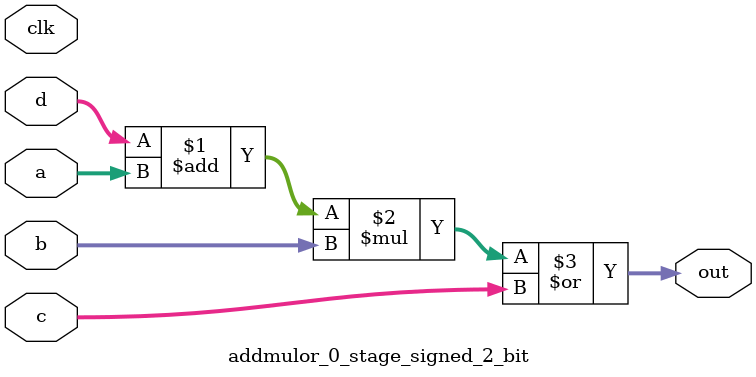
<source format=sv>
(* use_dsp = "yes" *) module addmulor_0_stage_signed_2_bit(
	input signed [1:0] a,
	input signed [1:0] b,
	input signed [1:0] c,
	input signed [1:0] d,
	output [1:0] out,
	input clk);

	assign out = ((d + a) * b) | c;
endmodule

</source>
